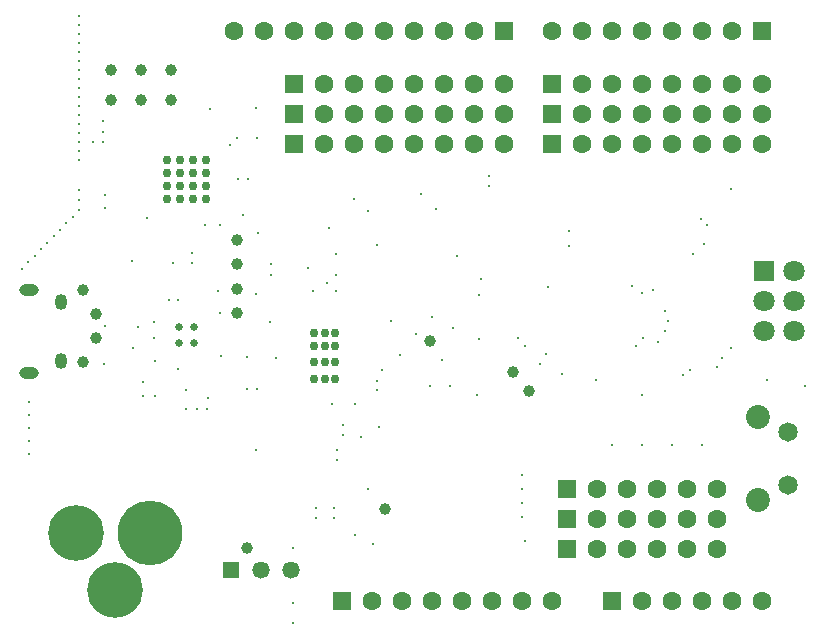
<source format=gbs>
G04 Layer_Color=16711935*
%FSLAX44Y44*%
%MOMM*%
G71*
G01*
G75*
%ADD139C,0.1000*%
%ADD140C,0.9800*%
%ADD141C,1.6000*%
%ADD142R,1.6000X1.6000*%
%ADD143C,1.8000*%
%ADD144R,1.8000X1.8000*%
%ADD145C,4.7200*%
%ADD146C,5.4800*%
%ADD147C,1.4700*%
%ADD148R,1.4700X1.4700*%
%ADD149C,1.6400*%
%ADD150C,2.0300*%
%ADD151O,1.6500X1.0000*%
%ADD152O,1.0500X1.3500*%
%ADD153C,0.2000*%
%ADD154C,0.3000*%
%ADD155C,0.6500*%
%ADD156C,0.7500*%
D139*
X242900Y366700D02*
D03*
X442900D02*
D03*
Y166700D02*
D03*
X242900D02*
D03*
X152400Y508000D02*
D03*
X660400Y355600D02*
D03*
Y76200D02*
D03*
X139700Y25400D02*
D03*
D140*
X315900Y103500D02*
D03*
X423800Y220000D02*
D03*
X437267Y203893D02*
D03*
X190250Y331250D02*
D03*
X59750Y227750D02*
D03*
X71250Y248250D02*
D03*
Y268750D02*
D03*
X59750Y289250D02*
D03*
X190250Y290250D02*
D03*
Y310750D02*
D03*
X198750Y71000D02*
D03*
X190250Y269750D02*
D03*
X134550Y449850D02*
D03*
X109150D02*
D03*
X134550Y475250D02*
D03*
X109150D02*
D03*
X83750D02*
D03*
X83750Y449850D02*
D03*
X353945Y245746D02*
D03*
D141*
X635000Y412750D02*
D03*
X558800D02*
D03*
X584200D02*
D03*
X609600D02*
D03*
X533400D02*
D03*
X508000D02*
D03*
X482600D02*
D03*
X635000Y438150D02*
D03*
X558800D02*
D03*
X584200D02*
D03*
X609600D02*
D03*
X533400D02*
D03*
X508000D02*
D03*
X482600D02*
D03*
X609600Y508000D02*
D03*
X584200D02*
D03*
X558800D02*
D03*
X533400D02*
D03*
X508000D02*
D03*
X457200D02*
D03*
X482600D02*
D03*
X596900Y95250D02*
D03*
X571500D02*
D03*
X546100D02*
D03*
X520700D02*
D03*
X495300D02*
D03*
X596900Y69850D02*
D03*
X571500D02*
D03*
X546100D02*
D03*
X520700D02*
D03*
X495300D02*
D03*
X264160Y438150D02*
D03*
X289560D02*
D03*
X314960D02*
D03*
X391160D02*
D03*
X365760D02*
D03*
X340360D02*
D03*
X416560D02*
D03*
X264160Y412750D02*
D03*
X289560D02*
D03*
X314960D02*
D03*
X391160D02*
D03*
X365760D02*
D03*
X340360D02*
D03*
X416560D02*
D03*
X391160Y508000D02*
D03*
X365760D02*
D03*
X340360D02*
D03*
X314960D02*
D03*
X289560D02*
D03*
X238760D02*
D03*
X264160D02*
D03*
X213360D02*
D03*
X187960D02*
D03*
X596900Y120650D02*
D03*
X571500D02*
D03*
X546100D02*
D03*
X520700D02*
D03*
X495300D02*
D03*
X533400Y25400D02*
D03*
X558800D02*
D03*
X584200D02*
D03*
X609600D02*
D03*
X635000D02*
D03*
Y463550D02*
D03*
X558800D02*
D03*
X584200D02*
D03*
X609600D02*
D03*
X533400D02*
D03*
X508000D02*
D03*
X482600D02*
D03*
X416560D02*
D03*
X340360D02*
D03*
X365760D02*
D03*
X391160D02*
D03*
X314960D02*
D03*
X289560D02*
D03*
X264160D02*
D03*
X304800Y25400D02*
D03*
X330200D02*
D03*
X355600D02*
D03*
X381000D02*
D03*
X406400D02*
D03*
X457200D02*
D03*
X431800D02*
D03*
D142*
X457200Y412750D02*
D03*
Y438150D02*
D03*
X635000Y508000D02*
D03*
X469900Y95250D02*
D03*
Y69850D02*
D03*
X238760Y438150D02*
D03*
Y412750D02*
D03*
X416560Y508000D02*
D03*
X469900Y120650D02*
D03*
X508000Y25400D02*
D03*
X457200Y463550D02*
D03*
X238760D02*
D03*
X279400Y25400D02*
D03*
D143*
X636270Y254000D02*
D03*
Y279400D02*
D03*
X661670Y304800D02*
D03*
Y279400D02*
D03*
Y254000D02*
D03*
D144*
X636270Y304800D02*
D03*
D145*
X86840Y35060D02*
D03*
X54340Y83060D02*
D03*
D146*
X116840D02*
D03*
D147*
X236300Y52000D02*
D03*
X210900D02*
D03*
D148*
X185500D02*
D03*
D149*
X656590Y168910D02*
D03*
Y123910D02*
D03*
D150*
X631590Y181410D02*
D03*
Y111410D02*
D03*
D151*
X14500Y219170D02*
D03*
Y289170D02*
D03*
D152*
X41500Y229170D02*
D03*
Y279170D02*
D03*
D153*
X198600Y232200D02*
D03*
X207400Y205200D02*
D03*
X198600D02*
D03*
X217800Y262400D02*
D03*
X393750Y200500D02*
D03*
X321061Y262553D02*
D03*
X313042Y221400D02*
D03*
X471700Y338700D02*
D03*
X13460Y312500D02*
D03*
X309000Y204250D02*
D03*
Y212000D02*
D03*
X280250Y166250D02*
D03*
Y175083D02*
D03*
X290000Y192750D02*
D03*
X270750D02*
D03*
X295250Y165000D02*
D03*
X274000Y288500D02*
D03*
Y301500D02*
D03*
X266250Y295000D02*
D03*
X272500Y104750D02*
D03*
X78753Y258763D02*
D03*
X195250Y352250D02*
D03*
X190250Y418000D02*
D03*
X184500Y412250D02*
D03*
X120000Y261750D02*
D03*
Y248500D02*
D03*
X120750Y228750D02*
D03*
X596250Y224250D02*
D03*
X639353Y213250D02*
D03*
X555106Y263106D02*
D03*
X525000Y292750D02*
D03*
X532750Y286750D02*
D03*
X542750Y289500D02*
D03*
X552814Y254083D02*
D03*
X174000Y288500D02*
D03*
X534250Y248750D02*
D03*
X528500Y242000D02*
D03*
X428500Y248500D02*
D03*
X446500Y226750D02*
D03*
X359000Y357500D02*
D03*
X346000Y370250D02*
D03*
X452250Y234750D02*
D03*
X289250Y366500D02*
D03*
X567500Y216770D02*
D03*
X573834Y221750D02*
D03*
X552636Y271000D02*
D03*
X207500Y418000D02*
D03*
X434500Y242000D02*
D03*
X453750Y291250D02*
D03*
X206000Y443000D02*
D03*
X113750Y350250D02*
D03*
X110500Y199750D02*
D03*
X533500Y200000D02*
D03*
X546750Y244750D02*
D03*
X671000Y207500D02*
D03*
X77000Y423240D02*
D03*
X167000Y442000D02*
D03*
X268500Y341250D02*
D03*
X274000Y319750D02*
D03*
X78800Y358900D02*
D03*
X110500Y211000D02*
D03*
X101000Y313400D02*
D03*
X208250Y337250D02*
D03*
X56500Y398990D02*
D03*
Y406610D02*
D03*
Y414230D02*
D03*
Y421850D02*
D03*
Y429470D02*
D03*
Y437090D02*
D03*
Y444710D02*
D03*
Y452330D02*
D03*
Y459950D02*
D03*
Y467570D02*
D03*
Y475190D02*
D03*
Y482810D02*
D03*
Y490430D02*
D03*
Y498050D02*
D03*
Y505670D02*
D03*
Y513290D02*
D03*
Y520910D02*
D03*
X471700Y326400D02*
D03*
X533400Y158000D02*
D03*
X558800D02*
D03*
X584200D02*
D03*
X465500Y217750D02*
D03*
X51120Y351000D02*
D03*
X45740Y345500D02*
D03*
X40360Y340000D02*
D03*
X34980Y334500D02*
D03*
X29600Y329000D02*
D03*
X24220Y323500D02*
D03*
X18840Y318000D02*
D03*
X8080Y307000D02*
D03*
X120750Y199750D02*
D03*
X508000Y158000D02*
D03*
X77000Y432250D02*
D03*
X494250Y213032D02*
D03*
X68250Y414230D02*
D03*
X14100Y172025D02*
D03*
Y182962D02*
D03*
X102000Y240200D02*
D03*
X147250Y204656D02*
D03*
X151750Y311750D02*
D03*
X136250D02*
D03*
X403750Y376750D02*
D03*
Y385750D02*
D03*
X275000Y145500D02*
D03*
X152000Y320750D02*
D03*
X275000Y153250D02*
D03*
X376250Y317500D02*
D03*
X431250Y120500D02*
D03*
Y108750D02*
D03*
Y97000D02*
D03*
Y132250D02*
D03*
X77000Y414230D02*
D03*
X14100Y193900D02*
D03*
X363500Y230250D02*
D03*
X370750Y207750D02*
D03*
X300750Y355750D02*
D03*
X373357Y256750D02*
D03*
X254250Y288500D02*
D03*
X300750Y120191D02*
D03*
X310750Y173500D02*
D03*
X106750Y258000D02*
D03*
X77500Y226750D02*
D03*
X250250Y308000D02*
D03*
X218750Y301500D02*
D03*
X176203Y270016D02*
D03*
X308750Y327500D02*
D03*
X218750Y311250D02*
D03*
X206750Y285750D02*
D03*
X272500Y96000D02*
D03*
X256750Y104750D02*
D03*
Y96000D02*
D03*
X237750Y7500D02*
D03*
Y24500D02*
D03*
X355267Y266500D02*
D03*
X354000Y207750D02*
D03*
X434113Y76363D02*
D03*
X78600Y369700D02*
D03*
X140250Y280250D02*
D03*
X133000D02*
D03*
X162900Y343800D02*
D03*
X176000D02*
D03*
X14100Y161087D02*
D03*
Y150150D02*
D03*
X341800Y251600D02*
D03*
X328600Y234100D02*
D03*
X147500Y188500D02*
D03*
X156200D02*
D03*
X223500Y231300D02*
D03*
X56500Y356500D02*
D03*
X164900Y188500D02*
D03*
X576500Y319750D02*
D03*
X586000Y327750D02*
D03*
X588600Y343800D02*
D03*
X608300Y374900D02*
D03*
X582700Y349300D02*
D03*
X165800Y198000D02*
D03*
X394964Y247942D02*
D03*
Y285161D02*
D03*
X397112Y298488D02*
D03*
X191500Y383000D02*
D03*
X199250Y383000D02*
D03*
X56500Y364980D02*
D03*
Y373979D02*
D03*
X608750Y240000D02*
D03*
X600665Y231165D02*
D03*
X206400Y153650D02*
D03*
X237400Y71000D02*
D03*
X140250Y222403D02*
D03*
X177100Y233600D02*
D03*
D154*
X305000Y73750D02*
D03*
X289750Y81250D02*
D03*
D155*
X154125Y257375D02*
D03*
X141375Y244625D02*
D03*
X154125Y244625D02*
D03*
X141375Y257375D02*
D03*
D156*
X264530Y213750D02*
D03*
Y241750D02*
D03*
X273530Y227750D02*
D03*
X255530D02*
D03*
Y213750D02*
D03*
X273530D02*
D03*
Y241750D02*
D03*
X255530D02*
D03*
X264530Y252750D02*
D03*
X273530D02*
D03*
X255530D02*
D03*
X131250Y399250D02*
D03*
X142250D02*
D03*
X153250D02*
D03*
X164250D02*
D03*
X131250Y388250D02*
D03*
X142250D02*
D03*
X153250D02*
D03*
X164250D02*
D03*
X131250Y377250D02*
D03*
X142250D02*
D03*
X153250D02*
D03*
X164250D02*
D03*
X131250Y366250D02*
D03*
X142250D02*
D03*
X153250D02*
D03*
X164250D02*
D03*
X264530Y227750D02*
D03*
M02*

</source>
